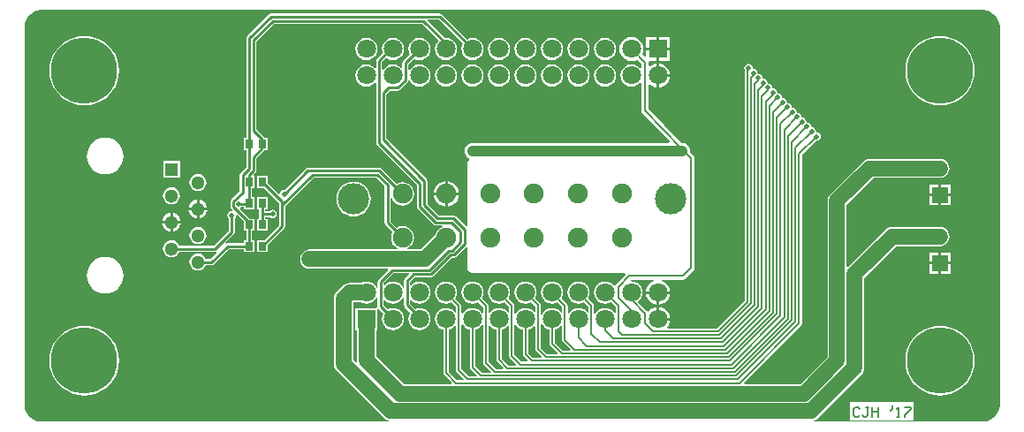
<source format=gtl>
G04 Layer_Physical_Order=1*
G04 Layer_Color=255*
%FSLAX25Y25*%
%MOIN*%
G70*
G01*
G75*
%ADD10R,0.02756X0.03347*%
%ADD11C,0.01000*%
%ADD12C,0.06000*%
%ADD13C,0.00800*%
%ADD14C,0.00700*%
%ADD15C,0.25000*%
%ADD16C,0.05118*%
%ADD17R,0.05118X0.05118*%
%ADD18C,0.07087*%
%ADD19R,0.07087X0.07087*%
%ADD20C,0.11811*%
%ADD21C,0.07480*%
%ADD22C,0.05905*%
%ADD23R,0.05905X0.05905*%
%ADD24C,0.02000*%
%ADD25C,0.03600*%
%ADD26C,0.04000*%
%ADD27C,0.04000*%
G36*
X11381Y-41066D02*
X12045Y-41931D01*
X12911Y-42595D01*
X13918Y-43013D01*
X13980Y-43021D01*
Y-48267D01*
X14058Y-48657D01*
X14279Y-48988D01*
X17130Y-51838D01*
X16938Y-52300D01*
X13153D01*
X10732Y-49880D01*
Y-40807D01*
X11232Y-40708D01*
X11381Y-41066D01*
D02*
G37*
G36*
X18923Y-41491D02*
Y-46856D01*
X19001Y-47246D01*
X19222Y-47577D01*
X22083Y-50438D01*
X21892Y-50900D01*
X19075D01*
X16020Y-47844D01*
Y-43021D01*
X16082Y-43013D01*
X17089Y-42595D01*
X17955Y-41931D01*
X18423Y-41321D01*
X18923Y-41491D01*
D02*
G37*
G36*
X2045Y-41931D02*
X2911Y-42595D01*
X3918Y-43013D01*
X3980Y-43021D01*
Y-52255D01*
X4058Y-52645D01*
X4279Y-52976D01*
X5941Y-54638D01*
X5750Y-55100D01*
X3540D01*
X929Y-52489D01*
Y-41268D01*
X1202Y-41146D01*
X1429Y-41129D01*
X2045Y-41931D01*
D02*
G37*
G36*
X8693Y-41791D02*
Y-50302D01*
X8771Y-50692D01*
X8992Y-51023D01*
X11207Y-53238D01*
X11016Y-53700D01*
X7887D01*
X6020Y-51833D01*
Y-43021D01*
X6082Y-43013D01*
X7090Y-42595D01*
X7955Y-41931D01*
X8193Y-41621D01*
X8693Y-41791D01*
D02*
G37*
G36*
X179165Y77457D02*
X180412Y76941D01*
X181535Y76190D01*
X182490Y75236D01*
X183240Y74113D01*
X183756Y72865D01*
X184020Y71541D01*
Y70866D01*
Y-70866D01*
Y-71541D01*
X183756Y-72865D01*
X183240Y-74113D01*
X182490Y-75236D01*
X181535Y-76190D01*
X180412Y-76941D01*
X179165Y-77457D01*
X177840Y-77721D01*
X113932D01*
X113863Y-77227D01*
X114739Y-76864D01*
X115491Y-76287D01*
X131775Y-60002D01*
X132352Y-59250D01*
X132715Y-58375D01*
X132839Y-57435D01*
X132839Y-57435D01*
Y-23498D01*
X144832Y-11505D01*
X161417D01*
X162357Y-11381D01*
X163233Y-11019D01*
X163985Y-10442D01*
X164562Y-9690D01*
X164925Y-8814D01*
X165048Y-7874D01*
X164925Y-6934D01*
X164562Y-6058D01*
X163985Y-5306D01*
X163233Y-4729D01*
X162357Y-4367D01*
X161417Y-4243D01*
X143328D01*
X142388Y-4367D01*
X141513Y-4729D01*
X140761Y-5306D01*
X126739Y-19328D01*
X126239Y-19189D01*
Y4090D01*
X136392Y14243D01*
X161417D01*
X162357Y14367D01*
X163233Y14729D01*
X163985Y15306D01*
X164562Y16059D01*
X164925Y16934D01*
X165048Y17874D01*
X164925Y18814D01*
X164562Y19690D01*
X163985Y20442D01*
X163233Y21019D01*
X162357Y21381D01*
X161417Y21505D01*
X134888D01*
X133948Y21381D01*
X133072Y21019D01*
X132320Y20442D01*
X120040Y8162D01*
X119463Y7410D01*
X119100Y6534D01*
X118977Y5594D01*
Y-53197D01*
X108685Y-63489D01*
X87616D01*
X87424Y-63027D01*
X108994Y-41457D01*
X109215Y-41126D01*
X109293Y-40736D01*
Y22862D01*
X114719Y28288D01*
X114877Y28257D01*
X115501Y28381D01*
X116030Y28735D01*
X116384Y29264D01*
X116508Y29888D01*
X116384Y30512D01*
X116030Y31042D01*
X115501Y31395D01*
X115128Y31469D01*
X114670Y31727D01*
X114546Y32351D01*
X114192Y32880D01*
X113663Y33234D01*
X113290Y33308D01*
X112831Y33565D01*
X112707Y34189D01*
X112354Y34719D01*
X111824Y35072D01*
X111451Y35146D01*
X110993Y35404D01*
X110869Y36028D01*
X110515Y36557D01*
X109986Y36911D01*
X109362Y37035D01*
X109154Y37242D01*
X109030Y37866D01*
X108677Y38396D01*
X108147Y38749D01*
X107774Y38823D01*
X107316Y39081D01*
X107192Y39705D01*
X106838Y40234D01*
X106309Y40588D01*
X105936Y40662D01*
X105477Y40919D01*
X105353Y41543D01*
X105000Y42072D01*
X104470Y42426D01*
X104097Y42500D01*
X103639Y42757D01*
X103515Y43382D01*
X103161Y43911D01*
X102632Y44265D01*
X102259Y44339D01*
X101800Y44596D01*
X101676Y45220D01*
X101323Y45750D01*
X100793Y46103D01*
X100421Y46177D01*
X99962Y46434D01*
X99838Y47059D01*
X99484Y47588D01*
X98955Y47942D01*
X98582Y48016D01*
X98124Y48273D01*
X97999Y48897D01*
X97646Y49426D01*
X97116Y49780D01*
X96744Y49854D01*
X96285Y50111D01*
X96161Y50736D01*
X95807Y51265D01*
X95278Y51619D01*
X94905Y51693D01*
X94446Y51950D01*
X94322Y52574D01*
X93969Y53103D01*
X93439Y53457D01*
X93067Y53531D01*
X92608Y53788D01*
X92484Y54413D01*
X92130Y54942D01*
X91601Y55295D01*
X91228Y55370D01*
X90769Y55627D01*
X90645Y56251D01*
X90292Y56780D01*
X89763Y57134D01*
X89138Y57258D01*
X88514Y57134D01*
X87985Y56780D01*
X87631Y56251D01*
X87507Y55627D01*
X87631Y55002D01*
X87654Y54968D01*
Y-32047D01*
X77201Y-42500D01*
X58653D01*
X58407Y-42000D01*
X58969Y-41268D01*
X59426Y-40162D01*
X59517Y-39476D01*
X55000D01*
Y-38976D01*
X54500D01*
Y-34460D01*
X53814Y-34550D01*
X52709Y-35008D01*
X51760Y-35736D01*
X51462Y-36124D01*
X50847Y-36104D01*
X50846Y-36103D01*
X47499Y-32756D01*
X47531Y-32257D01*
X47955Y-31931D01*
X48619Y-31066D01*
X49037Y-30058D01*
X49179Y-28976D01*
X49037Y-27895D01*
X48619Y-26887D01*
X47955Y-26021D01*
X47089Y-25357D01*
X46082Y-24940D01*
X45022Y-24800D01*
X44964Y-24728D01*
X44753Y-24326D01*
X44890Y-24141D01*
X53494D01*
X53593Y-24642D01*
X52709Y-25008D01*
X51760Y-25736D01*
X51031Y-26685D01*
X50574Y-27790D01*
X50483Y-28476D01*
X59517D01*
X59426Y-27790D01*
X58969Y-26685D01*
X58240Y-25736D01*
X57291Y-25008D01*
X56407Y-24642D01*
X56506Y-24141D01*
X64457D01*
X64457Y-24141D01*
X65003Y-24033D01*
X65466Y-23723D01*
X68423Y-20767D01*
X68423Y-20767D01*
X68733Y-20304D01*
X68841Y-19758D01*
Y21701D01*
X68841Y21701D01*
X68733Y22247D01*
X68423Y22710D01*
X68423Y22710D01*
X67144Y23989D01*
X67199Y24409D01*
X67096Y25193D01*
X66794Y25922D01*
X66313Y26549D01*
X65686Y27030D01*
X64956Y27332D01*
X64173Y27435D01*
X64169Y27435D01*
X64165Y27435D01*
X63778D01*
X51466Y40251D01*
Y49268D01*
X51966Y49515D01*
X52709Y48945D01*
X53814Y48487D01*
X54500Y48397D01*
Y52913D01*
Y57430D01*
X53814Y57340D01*
X52709Y56882D01*
X51966Y56312D01*
X51466Y56559D01*
Y57875D01*
X51444Y57984D01*
X51762Y58370D01*
X54500D01*
Y62413D01*
X50457D01*
Y60129D01*
X49995Y59937D01*
X49068Y60864D01*
X49426Y61727D01*
X49582Y62913D01*
X49426Y64099D01*
X48969Y65205D01*
X48240Y66154D01*
X47291Y66882D01*
X46186Y67340D01*
X45000Y67496D01*
X43814Y67340D01*
X42709Y66882D01*
X41760Y66154D01*
X41031Y65205D01*
X40574Y64099D01*
X40418Y62913D01*
X40574Y61727D01*
X41031Y60622D01*
X41760Y59673D01*
X42709Y58945D01*
X43814Y58487D01*
X45000Y58331D01*
X46186Y58487D01*
X47050Y58845D01*
X48611Y57284D01*
Y55791D01*
X48138Y55630D01*
X47955Y55868D01*
X47089Y56533D01*
X46082Y56950D01*
X45000Y57092D01*
X43918Y56950D01*
X42911Y56533D01*
X42045Y55868D01*
X41381Y55003D01*
X40963Y53995D01*
X40821Y52913D01*
X40963Y51832D01*
X41381Y50824D01*
X42045Y49958D01*
X42911Y49294D01*
X43918Y48877D01*
X45000Y48734D01*
X46082Y48877D01*
X47089Y49294D01*
X47955Y49958D01*
X48138Y50196D01*
X48611Y50036D01*
Y39677D01*
X48663Y39417D01*
X48709Y39157D01*
X48717Y39145D01*
X48720Y39130D01*
X48867Y38910D01*
X49009Y38688D01*
X59377Y27895D01*
X59181Y27435D01*
X-14921D01*
X-15704Y27332D01*
X-16434Y27030D01*
X-17061Y26549D01*
X-17542Y25922D01*
X-17844Y25193D01*
X-17947Y24409D01*
X-17844Y23626D01*
X-17542Y22896D01*
X-17061Y22270D01*
X-16434Y21789D01*
X-16314Y21739D01*
X-16228Y21162D01*
X-16589Y20801D01*
X-16889Y20077D01*
Y19686D01*
Y-3899D01*
X-17389Y-4106D01*
X-21303Y-192D01*
X-21666Y51D01*
X-22096Y137D01*
X-22096Y137D01*
X-27705D01*
X-32023Y4455D01*
Y13127D01*
X-32108Y13556D01*
X-32351Y13920D01*
X-32351Y13920D01*
X-47499Y29068D01*
Y45857D01*
X-46207Y47148D01*
X-43077D01*
X-43077Y47148D01*
X-42647Y47234D01*
X-42284Y47477D01*
X-39485Y50275D01*
X-39242Y50639D01*
X-39191Y50898D01*
X-38671Y50949D01*
X-38619Y50824D01*
X-37955Y49958D01*
X-37089Y49294D01*
X-36082Y48877D01*
X-35000Y48734D01*
X-33918Y48877D01*
X-32910Y49294D01*
X-32045Y49958D01*
X-31381Y50824D01*
X-30963Y51832D01*
X-30821Y52913D01*
X-30963Y53995D01*
X-31381Y55003D01*
X-32045Y55868D01*
X-32910Y56533D01*
X-33918Y56950D01*
X-35000Y57092D01*
X-36082Y56950D01*
X-37089Y56533D01*
X-37955Y55868D01*
X-38619Y55003D01*
X-38657Y54912D01*
X-39157Y55011D01*
Y57170D01*
X-37050Y59278D01*
X-36082Y58877D01*
X-35000Y58734D01*
X-33918Y58877D01*
X-32910Y59294D01*
X-32045Y59958D01*
X-31381Y60824D01*
X-30963Y61832D01*
X-30821Y62913D01*
X-30963Y63995D01*
X-31381Y65003D01*
X-32045Y65868D01*
X-32910Y66533D01*
X-33918Y66950D01*
X-35000Y67092D01*
X-36082Y66950D01*
X-37089Y66533D01*
X-37955Y65868D01*
X-38619Y65003D01*
X-39037Y63995D01*
X-39179Y62913D01*
X-39037Y61832D01*
X-38636Y60864D01*
X-41072Y58428D01*
X-41315Y58064D01*
X-41400Y57635D01*
X-41400Y57635D01*
Y55806D01*
X-41873Y55645D01*
X-42045Y55868D01*
X-42911Y56533D01*
X-43918Y56950D01*
X-45000Y57092D01*
X-46082Y56950D01*
X-47089Y56533D01*
X-47955Y55868D01*
X-48599Y55030D01*
X-48651Y55027D01*
X-49099Y55250D01*
Y58041D01*
X-47517Y59623D01*
X-47089Y59294D01*
X-46082Y58877D01*
X-45000Y58734D01*
X-43918Y58877D01*
X-42911Y59294D01*
X-42045Y59958D01*
X-41381Y60824D01*
X-40963Y61832D01*
X-40821Y62913D01*
X-40963Y63995D01*
X-41381Y65003D01*
X-42045Y65868D01*
X-42911Y66533D01*
X-43918Y66950D01*
X-45000Y67092D01*
X-46082Y66950D01*
X-47089Y66533D01*
X-47955Y65868D01*
X-48619Y65003D01*
X-49037Y63995D01*
X-49179Y62913D01*
X-49037Y61832D01*
X-48874Y61438D01*
X-51013Y59299D01*
X-51256Y58935D01*
X-51342Y58506D01*
X-51342Y58506D01*
Y55773D01*
X-51842Y55603D01*
X-52045Y55868D01*
X-52911Y56533D01*
X-53918Y56950D01*
X-55000Y57092D01*
X-56082Y56950D01*
X-57090Y56533D01*
X-57955Y55868D01*
X-58619Y55003D01*
X-59037Y53995D01*
X-59179Y52913D01*
X-59037Y51832D01*
X-58619Y50824D01*
X-57955Y49958D01*
X-57090Y49294D01*
X-56082Y48877D01*
X-55000Y48734D01*
X-53918Y48877D01*
X-52911Y49294D01*
X-52045Y49958D01*
X-51842Y50223D01*
X-51342Y50054D01*
Y27427D01*
X-51342Y27427D01*
X-51256Y26998D01*
X-51013Y26634D01*
X-35866Y11486D01*
Y3327D01*
X-35866Y3327D01*
X-35781Y2898D01*
X-35537Y2534D01*
X-29625Y-3378D01*
X-29625Y-3378D01*
X-29261Y-3621D01*
X-28832Y-3706D01*
X-28832Y-3706D01*
X-26439D01*
X-26340Y-4206D01*
X-26992Y-4477D01*
X-27899Y-5172D01*
X-28594Y-6079D01*
X-29032Y-7135D01*
X-29066Y-7395D01*
X-34396Y-12726D01*
X-39454D01*
X-39553Y-12226D01*
X-39150Y-12059D01*
X-38243Y-11363D01*
X-37547Y-10457D01*
X-37110Y-9401D01*
X-36961Y-8268D01*
X-37110Y-7135D01*
X-37547Y-6079D01*
X-38243Y-5172D01*
X-39150Y-4477D01*
X-40206Y-4039D01*
X-41339Y-3890D01*
X-42472Y-4039D01*
X-43527Y-4477D01*
X-43536Y-4484D01*
X-45836Y-2184D01*
Y6478D01*
X-45336Y6577D01*
X-45130Y6079D01*
X-44434Y5172D01*
X-43527Y4477D01*
X-42472Y4039D01*
X-41339Y3890D01*
X-40206Y4039D01*
X-39150Y4477D01*
X-38243Y5172D01*
X-37547Y6079D01*
X-37110Y7135D01*
X-36961Y8268D01*
X-37110Y9401D01*
X-37547Y10457D01*
X-38243Y11363D01*
X-39150Y12059D01*
X-40206Y12496D01*
X-41339Y12645D01*
X-42472Y12496D01*
X-43527Y12059D01*
X-43569Y12027D01*
X-49376Y17834D01*
X-49740Y18077D01*
X-50169Y18162D01*
X-50169Y18162D01*
X-77080D01*
X-77080Y18162D01*
X-77509Y18077D01*
X-77873Y17834D01*
X-77873Y17834D01*
X-85960Y9746D01*
X-85998Y9754D01*
X-86622Y9630D01*
X-87152Y9276D01*
X-87505Y8747D01*
X-87579Y8376D01*
X-88117Y8206D01*
X-92319Y12408D01*
Y15073D01*
X-96275D01*
Y10527D01*
X-93610D01*
X-87886Y4803D01*
Y3923D01*
X-87886Y3923D01*
X-87886Y3923D01*
Y-3482D01*
X-93610Y-9206D01*
X-96275D01*
Y-13753D01*
X-92319D01*
Y-11088D01*
X-85971Y-4740D01*
X-85971Y-4740D01*
X-85728Y-4376D01*
X-85643Y-3947D01*
Y3459D01*
X-74782Y14319D01*
X-51297D01*
X-48079Y11102D01*
Y-2648D01*
X-48079Y-2648D01*
X-47994Y-3078D01*
X-47751Y-3442D01*
X-45123Y-6070D01*
X-45130Y-6079D01*
X-45567Y-7135D01*
X-45716Y-8268D01*
X-45567Y-9401D01*
X-45130Y-10457D01*
X-44434Y-11363D01*
X-43527Y-12059D01*
X-43124Y-12226D01*
X-43223Y-12726D01*
X-76412D01*
X-77352Y-12850D01*
X-78227Y-13213D01*
X-78979Y-13790D01*
X-79556Y-14541D01*
X-79919Y-15417D01*
X-80043Y-16357D01*
X-79919Y-17297D01*
X-79556Y-18173D01*
X-78979Y-18925D01*
X-78227Y-19502D01*
X-77352Y-19864D01*
X-76412Y-19988D01*
X-46956D01*
X-46765Y-20450D01*
X-50436Y-24121D01*
X-50679Y-24485D01*
X-50765Y-24915D01*
X-50765Y-24915D01*
Y-27067D01*
X-51265Y-27167D01*
X-51381Y-26887D01*
X-52045Y-26021D01*
X-52911Y-25357D01*
X-53918Y-24940D01*
X-55000Y-24797D01*
X-56082Y-24940D01*
X-57061Y-25345D01*
X-61357D01*
X-62297Y-25469D01*
X-63173Y-25832D01*
X-63925Y-26409D01*
X-66219Y-28704D01*
X-66796Y-29456D01*
X-67159Y-30331D01*
X-67283Y-31271D01*
Y-55820D01*
X-67159Y-56760D01*
X-66796Y-57635D01*
X-66219Y-58387D01*
X-48320Y-76287D01*
X-48320Y-76287D01*
X-47567Y-76864D01*
X-46692Y-77227D01*
X-46761Y-77721D01*
X-177840D01*
X-179165Y-77457D01*
X-180412Y-76941D01*
X-181535Y-76190D01*
X-182490Y-75236D01*
X-183240Y-74113D01*
X-183756Y-72865D01*
X-184020Y-71541D01*
Y-70866D01*
Y70866D01*
Y71541D01*
X-183756Y72865D01*
X-183240Y74113D01*
X-182490Y75236D01*
X-181535Y76190D01*
X-180412Y76941D01*
X-179165Y77457D01*
X-177840Y77721D01*
X177840D01*
X179165Y77457D01*
D02*
G37*
G36*
X-16889Y-11868D02*
Y-20077D01*
X-16589Y-20801D01*
X-16036Y-21354D01*
X-15313Y-21654D01*
X42463D01*
X42671Y-22153D01*
X38950Y-25874D01*
X38728Y-26207D01*
X38175Y-26308D01*
X37955Y-26021D01*
X37089Y-25357D01*
X36082Y-24940D01*
X35000Y-24797D01*
X33918Y-24940D01*
X32910Y-25357D01*
X32045Y-26021D01*
X31381Y-26887D01*
X30963Y-27895D01*
X30821Y-28976D01*
X30963Y-30058D01*
X31381Y-31066D01*
X32045Y-31931D01*
X32910Y-32596D01*
X33918Y-33013D01*
X35000Y-33155D01*
X36082Y-33013D01*
X37089Y-32596D01*
X37139Y-32557D01*
X38953Y-34371D01*
Y-36500D01*
X38453Y-36670D01*
X37955Y-36021D01*
X37089Y-35357D01*
X36082Y-34940D01*
X35000Y-34797D01*
X33918Y-34940D01*
X32910Y-35357D01*
X32045Y-36021D01*
X31381Y-36887D01*
X31370Y-36914D01*
X30869Y-36815D01*
Y-33826D01*
X30792Y-33436D01*
X30571Y-33105D01*
X28581Y-31115D01*
X28619Y-31066D01*
X29037Y-30058D01*
X29179Y-28976D01*
X29037Y-27895D01*
X28619Y-26887D01*
X27955Y-26021D01*
X27090Y-25357D01*
X26082Y-24940D01*
X25000Y-24797D01*
X23918Y-24940D01*
X22910Y-25357D01*
X22045Y-26021D01*
X21381Y-26887D01*
X20963Y-27895D01*
X20821Y-28976D01*
X20963Y-30058D01*
X21381Y-31066D01*
X22045Y-31931D01*
X22910Y-32596D01*
X23918Y-33013D01*
X25000Y-33155D01*
X26082Y-33013D01*
X27090Y-32596D01*
X27139Y-32557D01*
X28830Y-34249D01*
Y-36341D01*
X28330Y-36511D01*
X27955Y-36021D01*
X27090Y-35357D01*
X26082Y-34940D01*
X25000Y-34797D01*
X23918Y-34940D01*
X22910Y-35357D01*
X22045Y-36021D01*
X21463Y-36780D01*
X20997Y-36671D01*
X20963Y-36652D01*
Y-33919D01*
X20885Y-33529D01*
X20664Y-33198D01*
X18581Y-31115D01*
X18619Y-31066D01*
X19037Y-30058D01*
X19179Y-28976D01*
X19037Y-27895D01*
X18619Y-26887D01*
X17955Y-26021D01*
X17089Y-25357D01*
X16082Y-24940D01*
X15000Y-24797D01*
X13918Y-24940D01*
X12911Y-25357D01*
X12045Y-26021D01*
X11381Y-26887D01*
X10963Y-27895D01*
X10821Y-28976D01*
X10963Y-30058D01*
X11381Y-31066D01*
X12045Y-31931D01*
X12911Y-32596D01*
X13918Y-33013D01*
X15000Y-33155D01*
X16082Y-33013D01*
X17089Y-32596D01*
X17139Y-32557D01*
X18923Y-34342D01*
Y-36462D01*
X18423Y-36632D01*
X17955Y-36021D01*
X17089Y-35357D01*
X16082Y-34940D01*
X15000Y-34797D01*
X13918Y-34940D01*
X12911Y-35357D01*
X12045Y-36021D01*
X11381Y-36887D01*
X11232Y-37245D01*
X10732Y-37146D01*
Y-33689D01*
X10655Y-33299D01*
X10434Y-32968D01*
X8581Y-31115D01*
X8619Y-31066D01*
X9037Y-30058D01*
X9179Y-28976D01*
X9037Y-27895D01*
X8619Y-26887D01*
X7955Y-26021D01*
X7090Y-25357D01*
X6082Y-24940D01*
X5000Y-24797D01*
X3918Y-24940D01*
X2911Y-25357D01*
X2045Y-26021D01*
X1381Y-26887D01*
X963Y-27895D01*
X821Y-28976D01*
X963Y-30058D01*
X1381Y-31066D01*
X2045Y-31931D01*
X2911Y-32596D01*
X3918Y-33013D01*
X5000Y-33155D01*
X6082Y-33013D01*
X7090Y-32596D01*
X7139Y-32557D01*
X8693Y-34111D01*
Y-36162D01*
X8193Y-36332D01*
X7955Y-36021D01*
X7090Y-35357D01*
X6082Y-34940D01*
X5000Y-34797D01*
X3918Y-34940D01*
X2911Y-35357D01*
X2045Y-36021D01*
X1429Y-36824D01*
X1202Y-36807D01*
X929Y-36685D01*
Y-33886D01*
X852Y-33496D01*
X631Y-33165D01*
X-1419Y-31115D01*
X-1381Y-31066D01*
X-963Y-30058D01*
X-821Y-28976D01*
X-963Y-27895D01*
X-1381Y-26887D01*
X-2045Y-26021D01*
X-2911Y-25357D01*
X-3918Y-24940D01*
X-5000Y-24797D01*
X-6082Y-24940D01*
X-7090Y-25357D01*
X-7955Y-26021D01*
X-8619Y-26887D01*
X-9037Y-27895D01*
X-9179Y-28976D01*
X-9037Y-30058D01*
X-8619Y-31066D01*
X-7955Y-31931D01*
X-7090Y-32596D01*
X-6082Y-33013D01*
X-5000Y-33155D01*
X-3918Y-33013D01*
X-2911Y-32596D01*
X-2861Y-32557D01*
X-1110Y-34308D01*
Y-36419D01*
X-1610Y-36588D01*
X-2045Y-36021D01*
X-2911Y-35357D01*
X-3918Y-34940D01*
X-5000Y-34797D01*
X-6082Y-34940D01*
X-7090Y-35357D01*
X-7955Y-36021D01*
X-8407Y-36610D01*
X-8907Y-36440D01*
Y-34050D01*
X-8984Y-33660D01*
X-9205Y-33329D01*
X-11419Y-31115D01*
X-11381Y-31066D01*
X-10963Y-30058D01*
X-10821Y-28976D01*
X-10963Y-27895D01*
X-11381Y-26887D01*
X-12045Y-26021D01*
X-12911Y-25357D01*
X-13918Y-24940D01*
X-15000Y-24797D01*
X-16082Y-24940D01*
X-17089Y-25357D01*
X-17955Y-26021D01*
X-18619Y-26887D01*
X-19037Y-27895D01*
X-19179Y-28976D01*
X-19037Y-30058D01*
X-18619Y-31066D01*
X-17955Y-31931D01*
X-17089Y-32596D01*
X-16082Y-33013D01*
X-15000Y-33155D01*
X-13918Y-33013D01*
X-12911Y-32596D01*
X-12861Y-32557D01*
X-10946Y-34473D01*
Y-36669D01*
X-11109Y-36751D01*
X-11446Y-36802D01*
X-12045Y-36021D01*
X-12911Y-35357D01*
X-13918Y-34940D01*
X-15000Y-34797D01*
X-16082Y-34940D01*
X-17089Y-35357D01*
X-17955Y-36021D01*
X-18611Y-36877D01*
X-18645Y-36881D01*
X-19111Y-36768D01*
Y-33845D01*
X-19189Y-33455D01*
X-19410Y-33125D01*
X-21419Y-31115D01*
X-21381Y-31066D01*
X-20963Y-30058D01*
X-20821Y-28976D01*
X-20963Y-27895D01*
X-21381Y-26887D01*
X-22045Y-26021D01*
X-22910Y-25357D01*
X-23918Y-24940D01*
X-25000Y-24797D01*
X-26082Y-24940D01*
X-27090Y-25357D01*
X-27955Y-26021D01*
X-28619Y-26887D01*
X-29037Y-27895D01*
X-29179Y-28976D01*
X-29037Y-30058D01*
X-28619Y-31066D01*
X-27955Y-31931D01*
X-27090Y-32596D01*
X-26082Y-33013D01*
X-25000Y-33155D01*
X-23918Y-33013D01*
X-22910Y-32596D01*
X-22861Y-32557D01*
X-21150Y-34268D01*
Y-36366D01*
X-21651Y-36536D01*
X-22045Y-36021D01*
X-22910Y-35357D01*
X-23918Y-34940D01*
X-25000Y-34797D01*
X-26082Y-34940D01*
X-27090Y-35357D01*
X-27955Y-36021D01*
X-28619Y-36887D01*
X-29037Y-37895D01*
X-29179Y-38976D01*
X-29037Y-40058D01*
X-28619Y-41066D01*
X-27955Y-41931D01*
X-27090Y-42595D01*
X-26082Y-43013D01*
X-26020Y-43021D01*
Y-59367D01*
X-25942Y-59757D01*
X-25721Y-60087D01*
X-22782Y-63027D01*
X-22973Y-63489D01*
X-40835D01*
X-51369Y-52954D01*
Y-43120D01*
X-50857D01*
Y-35397D01*
X-50669Y-35276D01*
X-50357Y-35206D01*
X-48636Y-36927D01*
X-49037Y-37895D01*
X-49179Y-38976D01*
X-49037Y-40058D01*
X-48619Y-41066D01*
X-47955Y-41931D01*
X-47089Y-42595D01*
X-46082Y-43013D01*
X-45000Y-43155D01*
X-43918Y-43013D01*
X-42911Y-42595D01*
X-42045Y-41931D01*
X-41381Y-41066D01*
X-40963Y-40058D01*
X-40821Y-38976D01*
X-40963Y-37895D01*
X-41381Y-36887D01*
X-42045Y-36021D01*
X-42911Y-35357D01*
X-43918Y-34940D01*
X-45000Y-34797D01*
X-46082Y-34940D01*
X-47050Y-35341D01*
X-48522Y-33869D01*
Y-31971D01*
X-48048Y-31810D01*
X-47955Y-31931D01*
X-47089Y-32596D01*
X-46082Y-33013D01*
X-45000Y-33155D01*
X-43918Y-33013D01*
X-42911Y-32596D01*
X-42045Y-31931D01*
X-41381Y-31066D01*
X-41285Y-30835D01*
X-40785Y-30935D01*
Y-33764D01*
X-40785Y-33764D01*
X-40700Y-34193D01*
X-40457Y-34557D01*
X-38405Y-36608D01*
X-38619Y-36887D01*
X-39037Y-37895D01*
X-39179Y-38976D01*
X-39037Y-40058D01*
X-38619Y-41066D01*
X-37955Y-41931D01*
X-37089Y-42595D01*
X-36082Y-43013D01*
X-35000Y-43155D01*
X-33918Y-43013D01*
X-32910Y-42595D01*
X-32045Y-41931D01*
X-31381Y-41066D01*
X-30963Y-40058D01*
X-30821Y-38976D01*
X-30963Y-37895D01*
X-31381Y-36887D01*
X-32045Y-36021D01*
X-32910Y-35357D01*
X-33918Y-34940D01*
X-35000Y-34797D01*
X-36082Y-34940D01*
X-36662Y-35180D01*
X-38542Y-33299D01*
Y-31944D01*
X-38069Y-31783D01*
X-37955Y-31931D01*
X-37089Y-32596D01*
X-36082Y-33013D01*
X-35000Y-33155D01*
X-33918Y-33013D01*
X-32910Y-32596D01*
X-32045Y-31931D01*
X-31381Y-31066D01*
X-30963Y-30058D01*
X-30821Y-28976D01*
X-30963Y-27895D01*
X-31381Y-26887D01*
X-32045Y-26021D01*
X-32910Y-25357D01*
X-33918Y-24940D01*
X-35000Y-24797D01*
X-36082Y-24940D01*
X-37089Y-25357D01*
X-37955Y-26021D01*
X-38069Y-26170D01*
X-38542Y-26009D01*
Y-24915D01*
X-36806Y-23179D01*
X-30531D01*
X-30531Y-23179D01*
X-30102Y-23093D01*
X-29738Y-22850D01*
X-22723Y-15834D01*
X-22027D01*
X-22027Y-15834D01*
X-21597Y-15749D01*
X-21234Y-15506D01*
X-17389Y-11661D01*
X-16889Y-11868D01*
D02*
G37*
G36*
X-50765Y-30885D02*
Y-34333D01*
X-50765Y-34333D01*
X-50757Y-34374D01*
X-51175Y-34833D01*
X-59143D01*
Y-43120D01*
X-58631D01*
Y-54458D01*
X-58549Y-55080D01*
X-59023Y-55314D01*
X-60021Y-54316D01*
Y-32775D01*
X-59853Y-32607D01*
X-57061D01*
X-56082Y-33013D01*
X-55000Y-33155D01*
X-53918Y-33013D01*
X-52911Y-32596D01*
X-52045Y-31931D01*
X-51381Y-31066D01*
X-51265Y-30786D01*
X-50765Y-30885D01*
D02*
G37*
G36*
X-38840Y-22040D02*
X-40457Y-23658D01*
X-40700Y-24021D01*
X-40785Y-24451D01*
X-40785Y-24451D01*
Y-27018D01*
X-41285Y-27117D01*
X-41381Y-26887D01*
X-42045Y-26021D01*
X-42911Y-25357D01*
X-43918Y-24940D01*
X-45000Y-24797D01*
X-46082Y-24940D01*
X-47089Y-25357D01*
X-47955Y-26021D01*
X-48048Y-26143D01*
X-48522Y-25982D01*
Y-25379D01*
X-44721Y-21579D01*
X-39031D01*
X-38840Y-22040D01*
D02*
G37*
G36*
X-18611Y-41076D02*
X-17955Y-41931D01*
X-17089Y-42595D01*
X-16082Y-43013D01*
X-16020Y-43021D01*
Y-57177D01*
X-15942Y-57567D01*
X-15721Y-57898D01*
X-13380Y-60238D01*
X-13572Y-60700D01*
X-16358D01*
X-19111Y-57947D01*
Y-41184D01*
X-18645Y-41072D01*
X-18611Y-41076D01*
D02*
G37*
G36*
X-21150Y-41587D02*
Y-58369D01*
X-21073Y-58759D01*
X-20852Y-59090D01*
X-18304Y-61638D01*
X-18495Y-62100D01*
X-20824D01*
X-23980Y-58944D01*
Y-43021D01*
X-23918Y-43013D01*
X-22910Y-42595D01*
X-22045Y-41931D01*
X-21651Y-41417D01*
X-21150Y-41587D01*
D02*
G37*
G36*
X-11109Y-41202D02*
X-10946Y-41284D01*
Y-55509D01*
X-10868Y-55899D01*
X-10647Y-56230D01*
X-8039Y-58838D01*
X-8230Y-59300D01*
X-11435D01*
X-13980Y-56754D01*
Y-43021D01*
X-13918Y-43013D01*
X-12911Y-42595D01*
X-12045Y-41931D01*
X-11446Y-41151D01*
X-11109Y-41202D01*
D02*
G37*
G36*
X-1110Y-41534D02*
Y-52912D01*
X-1032Y-53302D01*
X-811Y-53633D01*
X1594Y-56038D01*
X1403Y-56500D01*
X-1414D01*
X-3980Y-53934D01*
Y-43021D01*
X-3918Y-43013D01*
X-2911Y-42595D01*
X-2045Y-41931D01*
X-1610Y-41364D01*
X-1110Y-41534D01*
D02*
G37*
G36*
X-7955Y-41931D02*
X-7090Y-42595D01*
X-6082Y-43013D01*
X-6020Y-43021D01*
Y-54356D01*
X-5942Y-54747D01*
X-5721Y-55077D01*
X-3360Y-57438D01*
X-3551Y-57900D01*
X-6093D01*
X-8907Y-55086D01*
Y-41513D01*
X-8407Y-41343D01*
X-7955Y-41931D01*
D02*
G37*
%LPC*%
G36*
X-125019Y-3004D02*
X-128043D01*
Y-6028D01*
X-127614Y-5971D01*
X-126748Y-5613D01*
X-126005Y-5042D01*
X-125435Y-4299D01*
X-125076Y-3433D01*
X-125019Y-3004D01*
D02*
G37*
G36*
X-129043D02*
X-132067D01*
X-132011Y-3433D01*
X-131652Y-4299D01*
X-131082Y-5042D01*
X-130338Y-5613D01*
X-129472Y-5971D01*
X-129043Y-6028D01*
Y-3004D01*
D02*
G37*
G36*
X-119043Y6020D02*
X-119472Y5963D01*
X-120338Y5605D01*
X-121082Y5034D01*
X-121652Y4291D01*
X-122011Y3425D01*
X-122067Y2996D01*
X-119043D01*
Y6020D01*
D02*
G37*
G36*
X-59842Y12836D02*
X-61118Y12711D01*
X-62344Y12339D01*
X-63474Y11734D01*
X-64465Y10922D01*
X-65278Y9931D01*
X-65882Y8801D01*
X-66254Y7575D01*
X-66379Y6299D01*
X-66254Y5024D01*
X-65882Y3798D01*
X-65278Y2667D01*
X-64465Y1677D01*
X-63474Y864D01*
X-62344Y260D01*
X-61118Y-112D01*
X-59842Y-238D01*
X-58567Y-112D01*
X-57341Y260D01*
X-56211Y864D01*
X-55220Y1677D01*
X-54407Y2667D01*
X-53803Y3798D01*
X-53431Y5024D01*
X-53306Y6299D01*
X-53431Y7575D01*
X-53803Y8801D01*
X-54407Y9931D01*
X-55220Y10922D01*
X-56211Y11734D01*
X-57341Y12339D01*
X-58567Y12711D01*
X-59842Y12836D01*
D02*
G37*
G36*
X-118543Y-4318D02*
X-119368Y-4426D01*
X-120136Y-4744D01*
X-120796Y-5251D01*
X-121303Y-5911D01*
X-121621Y-6679D01*
X-121730Y-7504D01*
X-121621Y-8329D01*
X-121303Y-9097D01*
X-120796Y-9757D01*
X-120136Y-10263D01*
X-119368Y-10582D01*
X-118543Y-10690D01*
X-117719Y-10582D01*
X-116950Y-10263D01*
X-116290Y-9757D01*
X-115784Y-9097D01*
X-115466Y-8329D01*
X-115357Y-7504D01*
X-115466Y-6679D01*
X-115784Y-5911D01*
X-116290Y-5251D01*
X-116950Y-4744D01*
X-117719Y-4426D01*
X-118543Y-4318D01*
D02*
G37*
G36*
X-115019Y1996D02*
X-118043D01*
Y-1028D01*
X-117614Y-971D01*
X-116748Y-613D01*
X-116005Y-42D01*
X-115435Y701D01*
X-115076Y1567D01*
X-115019Y1996D01*
D02*
G37*
G36*
X-119043D02*
X-122067D01*
X-122011Y1567D01*
X-121652Y701D01*
X-121082Y-42D01*
X-120338Y-613D01*
X-119472Y-971D01*
X-119043Y-1028D01*
Y1996D01*
D02*
G37*
G36*
X-128043Y1020D02*
Y-2004D01*
X-125019D01*
X-125076Y-1575D01*
X-125435Y-709D01*
X-126005Y34D01*
X-126748Y605D01*
X-127614Y963D01*
X-128043Y1020D01*
D02*
G37*
G36*
X-92319Y6980D02*
X-96275D01*
Y2434D01*
X-95419D01*
Y-1113D01*
X-96275D01*
Y-5659D01*
X-92319D01*
Y-1113D01*
X-93176D01*
Y-461D01*
X-91543D01*
X-91522Y-493D01*
X-90993Y-847D01*
X-90368Y-971D01*
X-89744Y-847D01*
X-89215Y-493D01*
X-88861Y36D01*
X-88737Y660D01*
X-88861Y1285D01*
X-89215Y1814D01*
X-89744Y2168D01*
X-90368Y2292D01*
X-90993Y2168D01*
X-91522Y1814D01*
X-91543Y1782D01*
X-93176D01*
Y2434D01*
X-92319D01*
Y6980D01*
D02*
G37*
G36*
X-129043Y1020D02*
X-129472Y963D01*
X-130338Y605D01*
X-131082Y34D01*
X-131652Y-709D01*
X-132011Y-1575D01*
X-132067Y-2004D01*
X-129043D01*
Y1020D01*
D02*
G37*
G36*
X55500Y-34460D02*
Y-38476D01*
X59517D01*
X59426Y-37790D01*
X58969Y-36685D01*
X58240Y-35736D01*
X57291Y-35008D01*
X56186Y-34550D01*
X55500Y-34460D01*
D02*
G37*
G36*
X54500Y-29476D02*
X50483D01*
X50574Y-30162D01*
X51031Y-31268D01*
X51760Y-32217D01*
X52709Y-32945D01*
X53814Y-33403D01*
X54500Y-33493D01*
Y-29476D01*
D02*
G37*
G36*
X161417Y-41584D02*
X159362Y-41746D01*
X157357Y-42227D01*
X155452Y-43016D01*
X153693Y-44093D01*
X152126Y-45433D01*
X150786Y-47001D01*
X149709Y-48759D01*
X148920Y-50664D01*
X148439Y-52669D01*
X148277Y-54724D01*
X148439Y-56780D01*
X148920Y-58785D01*
X149709Y-60690D01*
X150786Y-62448D01*
X152126Y-64016D01*
X153693Y-65355D01*
X155452Y-66433D01*
X157357Y-67222D01*
X159362Y-67703D01*
X161417Y-67865D01*
X163473Y-67703D01*
X165478Y-67222D01*
X167383Y-66433D01*
X169141Y-65355D01*
X170709Y-64016D01*
X172048Y-62448D01*
X173126Y-60690D01*
X173915Y-58785D01*
X174396Y-56780D01*
X174558Y-54724D01*
X174396Y-52669D01*
X173915Y-50664D01*
X173126Y-48759D01*
X172048Y-47001D01*
X170709Y-45433D01*
X169141Y-44093D01*
X167383Y-43016D01*
X165478Y-42227D01*
X163473Y-41746D01*
X161417Y-41584D01*
D02*
G37*
G36*
X151599Y-70438D02*
X127423D01*
Y-77120D01*
X151599D01*
Y-70438D01*
D02*
G37*
G36*
X-161417Y-41584D02*
X-163473Y-41746D01*
X-165478Y-42227D01*
X-167383Y-43016D01*
X-169141Y-44093D01*
X-170709Y-45433D01*
X-172048Y-47001D01*
X-173126Y-48759D01*
X-173915Y-50664D01*
X-174396Y-52669D01*
X-174558Y-54724D01*
X-174396Y-56780D01*
X-173915Y-58785D01*
X-173126Y-60690D01*
X-172048Y-62448D01*
X-170709Y-64016D01*
X-169141Y-65355D01*
X-167383Y-66433D01*
X-165478Y-67222D01*
X-163473Y-67703D01*
X-161417Y-67865D01*
X-159362Y-67703D01*
X-157357Y-67222D01*
X-155452Y-66433D01*
X-153693Y-65355D01*
X-152126Y-64016D01*
X-150786Y-62448D01*
X-149709Y-60690D01*
X-148920Y-58785D01*
X-148439Y-56780D01*
X-148277Y-54724D01*
X-148439Y-52669D01*
X-148920Y-50664D01*
X-149709Y-48759D01*
X-150786Y-47001D01*
X-152126Y-45433D01*
X-153693Y-44093D01*
X-155452Y-43016D01*
X-157357Y-42227D01*
X-159362Y-41746D01*
X-161417Y-41584D01*
D02*
G37*
G36*
X59517Y-29476D02*
X55500D01*
Y-33493D01*
X56186Y-33403D01*
X57291Y-32945D01*
X58240Y-32217D01*
X58969Y-31268D01*
X59426Y-30162D01*
X59517Y-29476D01*
D02*
G37*
G36*
X160917Y-13921D02*
X157465D01*
Y-17374D01*
X160917D01*
Y-13921D01*
D02*
G37*
G36*
X165370D02*
X161917D01*
Y-17374D01*
X165370D01*
Y-13921D01*
D02*
G37*
G36*
Y-18374D02*
X161917D01*
Y-21827D01*
X165370D01*
Y-18374D01*
D02*
G37*
G36*
X-153543Y-15571D02*
X-154896Y-15705D01*
X-156196Y-16099D01*
X-157395Y-16740D01*
X-158445Y-17602D01*
X-159308Y-18652D01*
X-159948Y-19851D01*
X-160343Y-21151D01*
X-160476Y-22504D01*
X-160343Y-23856D01*
X-159948Y-25157D01*
X-159308Y-26355D01*
X-158445Y-27406D01*
X-157395Y-28268D01*
X-156196Y-28909D01*
X-154896Y-29303D01*
X-153543Y-29436D01*
X-152191Y-29303D01*
X-150890Y-28909D01*
X-149692Y-28268D01*
X-148641Y-27406D01*
X-147779Y-26355D01*
X-147138Y-25157D01*
X-146744Y-23856D01*
X-146611Y-22504D01*
X-146744Y-21151D01*
X-147138Y-19851D01*
X-147779Y-18652D01*
X-148641Y-17602D01*
X-149692Y-16740D01*
X-150890Y-16099D01*
X-152191Y-15705D01*
X-153543Y-15571D01*
D02*
G37*
G36*
X160917Y-18374D02*
X157465D01*
Y-21827D01*
X160917D01*
Y-18374D01*
D02*
G37*
G36*
X-118043Y6020D02*
Y2996D01*
X-115019D01*
X-115076Y3425D01*
X-115435Y4291D01*
X-116005Y5034D01*
X-116748Y5605D01*
X-117614Y5963D01*
X-118043Y6020D01*
D02*
G37*
G36*
X35000Y57092D02*
X33918Y56950D01*
X32910Y56533D01*
X32045Y55868D01*
X31381Y55003D01*
X30963Y53995D01*
X30821Y52913D01*
X30963Y51832D01*
X31381Y50824D01*
X32045Y49958D01*
X32910Y49294D01*
X33918Y48877D01*
X35000Y48734D01*
X36082Y48877D01*
X37089Y49294D01*
X37955Y49958D01*
X38619Y50824D01*
X39037Y51832D01*
X39179Y52913D01*
X39037Y53995D01*
X38619Y55003D01*
X37955Y55868D01*
X37089Y56533D01*
X36082Y56950D01*
X35000Y57092D01*
D02*
G37*
G36*
X25000D02*
X23918Y56950D01*
X22910Y56533D01*
X22045Y55868D01*
X21381Y55003D01*
X20963Y53995D01*
X20821Y52913D01*
X20963Y51832D01*
X21381Y50824D01*
X22045Y49958D01*
X22910Y49294D01*
X23918Y48877D01*
X25000Y48734D01*
X26082Y48877D01*
X27090Y49294D01*
X27955Y49958D01*
X28619Y50824D01*
X29037Y51832D01*
X29179Y52913D01*
X29037Y53995D01*
X28619Y55003D01*
X27955Y55868D01*
X27090Y56533D01*
X26082Y56950D01*
X25000Y57092D01*
D02*
G37*
G36*
X59543Y62413D02*
X55500D01*
Y58370D01*
X59543D01*
Y62413D01*
D02*
G37*
G36*
X55500Y57430D02*
Y53413D01*
X59517D01*
X59426Y54099D01*
X58969Y55205D01*
X58240Y56154D01*
X57291Y56882D01*
X56186Y57340D01*
X55500Y57430D01*
D02*
G37*
G36*
X-5000Y57092D02*
X-6082Y56950D01*
X-7090Y56533D01*
X-7955Y55868D01*
X-8619Y55003D01*
X-9037Y53995D01*
X-9179Y52913D01*
X-9037Y51832D01*
X-8619Y50824D01*
X-7955Y49958D01*
X-7090Y49294D01*
X-6082Y48877D01*
X-5000Y48734D01*
X-3918Y48877D01*
X-2911Y49294D01*
X-2045Y49958D01*
X-1381Y50824D01*
X-963Y51832D01*
X-821Y52913D01*
X-963Y53995D01*
X-1381Y55003D01*
X-2045Y55868D01*
X-2911Y56533D01*
X-3918Y56950D01*
X-5000Y57092D01*
D02*
G37*
G36*
X-15000D02*
X-16082Y56950D01*
X-17089Y56533D01*
X-17955Y55868D01*
X-18619Y55003D01*
X-19037Y53995D01*
X-19179Y52913D01*
X-19037Y51832D01*
X-18619Y50824D01*
X-17955Y49958D01*
X-17089Y49294D01*
X-16082Y48877D01*
X-15000Y48734D01*
X-13918Y48877D01*
X-12911Y49294D01*
X-12045Y49958D01*
X-11381Y50824D01*
X-10963Y51832D01*
X-10821Y52913D01*
X-10963Y53995D01*
X-11381Y55003D01*
X-12045Y55868D01*
X-12911Y56533D01*
X-13918Y56950D01*
X-15000Y57092D01*
D02*
G37*
G36*
X15000D02*
X13918Y56950D01*
X12911Y56533D01*
X12045Y55868D01*
X11381Y55003D01*
X10963Y53995D01*
X10821Y52913D01*
X10963Y51832D01*
X11381Y50824D01*
X12045Y49958D01*
X12911Y49294D01*
X13918Y48877D01*
X15000Y48734D01*
X16082Y48877D01*
X17089Y49294D01*
X17955Y49958D01*
X18619Y50824D01*
X19037Y51832D01*
X19179Y52913D01*
X19037Y53995D01*
X18619Y55003D01*
X17955Y55868D01*
X17089Y56533D01*
X16082Y56950D01*
X15000Y57092D01*
D02*
G37*
G36*
X5000D02*
X3918Y56950D01*
X2911Y56533D01*
X2045Y55868D01*
X1381Y55003D01*
X963Y53995D01*
X821Y52913D01*
X963Y51832D01*
X1381Y50824D01*
X2045Y49958D01*
X2911Y49294D01*
X3918Y48877D01*
X5000Y48734D01*
X6082Y48877D01*
X7090Y49294D01*
X7955Y49958D01*
X8619Y50824D01*
X9037Y51832D01*
X9179Y52913D01*
X9037Y53995D01*
X8619Y55003D01*
X7955Y55868D01*
X7090Y56533D01*
X6082Y56950D01*
X5000Y57092D01*
D02*
G37*
G36*
X-55000Y67092D02*
X-56082Y66950D01*
X-57090Y66533D01*
X-57955Y65868D01*
X-58619Y65003D01*
X-59037Y63995D01*
X-59179Y62913D01*
X-59037Y61832D01*
X-58619Y60824D01*
X-57955Y59958D01*
X-57090Y59294D01*
X-56082Y58877D01*
X-55000Y58734D01*
X-53918Y58877D01*
X-52911Y59294D01*
X-52045Y59958D01*
X-51381Y60824D01*
X-50963Y61832D01*
X-50821Y62913D01*
X-50963Y63995D01*
X-51381Y65003D01*
X-52045Y65868D01*
X-52911Y66533D01*
X-53918Y66950D01*
X-55000Y67092D01*
D02*
G37*
G36*
X54500Y67457D02*
X50457D01*
Y63413D01*
X54500D01*
Y67457D01*
D02*
G37*
G36*
X35000Y67092D02*
X33918Y66950D01*
X32910Y66533D01*
X32045Y65868D01*
X31381Y65003D01*
X30963Y63995D01*
X30821Y62913D01*
X30963Y61832D01*
X31381Y60824D01*
X32045Y59958D01*
X32910Y59294D01*
X33918Y58877D01*
X35000Y58734D01*
X36082Y58877D01*
X37089Y59294D01*
X37955Y59958D01*
X38619Y60824D01*
X39037Y61832D01*
X39179Y62913D01*
X39037Y63995D01*
X38619Y65003D01*
X37955Y65868D01*
X37089Y66533D01*
X36082Y66950D01*
X35000Y67092D01*
D02*
G37*
G36*
X-27244Y76279D02*
X-27244Y76279D01*
X-90985D01*
X-90985Y76279D01*
X-91414Y76193D01*
X-91778Y75950D01*
X-91778Y75950D01*
X-99975Y67753D01*
X-100218Y67390D01*
X-100303Y66961D01*
X-100303Y66960D01*
Y29273D01*
X-101196D01*
Y24727D01*
X-100303D01*
Y18320D01*
X-102489Y16134D01*
X-102732Y15770D01*
X-102818Y15341D01*
X-102818Y15341D01*
Y10671D01*
X-102818Y10671D01*
X-102817Y10667D01*
Y9316D01*
X-106056Y6078D01*
X-106299Y5714D01*
X-106384Y5284D01*
X-106384Y5284D01*
Y3545D01*
X-106384Y3545D01*
X-106299Y3115D01*
X-106056Y2752D01*
X-105448Y2144D01*
X-105694Y1683D01*
X-105793Y1703D01*
X-106418Y1578D01*
X-106947Y1225D01*
X-107300Y696D01*
X-107425Y71D01*
X-107300Y-553D01*
X-106947Y-1082D01*
X-106915Y-1104D01*
Y-5675D01*
X-112622Y-11382D01*
X-125589D01*
X-125784Y-10911D01*
X-126290Y-10251D01*
X-126950Y-9745D01*
X-127719Y-9426D01*
X-128543Y-9318D01*
X-129368Y-9426D01*
X-130137Y-9745D01*
X-130796Y-10251D01*
X-131303Y-10911D01*
X-131621Y-11679D01*
X-131730Y-12504D01*
X-131621Y-13329D01*
X-131303Y-14097D01*
X-130796Y-14757D01*
X-130137Y-15263D01*
X-129368Y-15582D01*
X-128543Y-15690D01*
X-127719Y-15582D01*
X-126950Y-15263D01*
X-126290Y-14757D01*
X-125784Y-14097D01*
X-125589Y-13625D01*
X-112157D01*
X-112157Y-13625D01*
X-111728Y-13540D01*
X-111713Y-13530D01*
X-111394Y-13918D01*
X-113858Y-16382D01*
X-115588D01*
X-115784Y-15911D01*
X-116290Y-15251D01*
X-116950Y-14744D01*
X-117719Y-14426D01*
X-118543Y-14318D01*
X-119368Y-14426D01*
X-120136Y-14744D01*
X-120796Y-15251D01*
X-121303Y-15911D01*
X-121621Y-16679D01*
X-121730Y-17504D01*
X-121621Y-18329D01*
X-121303Y-19097D01*
X-120796Y-19757D01*
X-120136Y-20263D01*
X-119368Y-20582D01*
X-118543Y-20690D01*
X-117719Y-20582D01*
X-116950Y-20263D01*
X-116290Y-19757D01*
X-115784Y-19097D01*
X-115588Y-18625D01*
X-113394D01*
X-113394Y-18625D01*
X-112964Y-18540D01*
X-112601Y-18297D01*
X-106905Y-12601D01*
X-101196D01*
Y-13753D01*
X-97240D01*
Y-9206D01*
X-98097D01*
Y-5659D01*
X-97240D01*
Y-1113D01*
X-99019D01*
X-102564Y2431D01*
X-102415Y2990D01*
X-102009Y3261D01*
X-101988Y3293D01*
X-101196D01*
Y2434D01*
X-97240D01*
Y6980D01*
X-98097D01*
Y10527D01*
X-97240D01*
Y15073D01*
X-97408D01*
X-97615Y15573D01*
X-96789Y16400D01*
X-96789Y16400D01*
X-96546Y16764D01*
X-96460Y17193D01*
Y21734D01*
X-93468Y24727D01*
X-92319D01*
Y29273D01*
X-93184D01*
X-93186Y29282D01*
X-93429Y29646D01*
X-96460Y32677D01*
Y65833D01*
X-89858Y72436D01*
X-34056D01*
X-27926Y66306D01*
X-27955Y65868D01*
X-28619Y65003D01*
X-29037Y63995D01*
X-29179Y62913D01*
X-29037Y61832D01*
X-28619Y60824D01*
X-27955Y59958D01*
X-27090Y59294D01*
X-26082Y58877D01*
X-25000Y58734D01*
X-23918Y58877D01*
X-22910Y59294D01*
X-22045Y59958D01*
X-21381Y60824D01*
X-20963Y61832D01*
X-20821Y62913D01*
X-20963Y63995D01*
X-21381Y65003D01*
X-22045Y65868D01*
X-22910Y66533D01*
X-23918Y66950D01*
X-25000Y67092D01*
X-25478Y67030D01*
X-32022Y73574D01*
X-31831Y74036D01*
X-27709D01*
X-18636Y64963D01*
X-19037Y63995D01*
X-19179Y62913D01*
X-19037Y61832D01*
X-18619Y60824D01*
X-17955Y59958D01*
X-17089Y59294D01*
X-16082Y58877D01*
X-15000Y58734D01*
X-13918Y58877D01*
X-12911Y59294D01*
X-12045Y59958D01*
X-11381Y60824D01*
X-10963Y61832D01*
X-10821Y62913D01*
X-10963Y63995D01*
X-11381Y65003D01*
X-12045Y65868D01*
X-12911Y66533D01*
X-13918Y66950D01*
X-15000Y67092D01*
X-16082Y66950D01*
X-17050Y66549D01*
X-26451Y75950D01*
X-26815Y76193D01*
X-27244Y76279D01*
D02*
G37*
G36*
X59543Y67457D02*
X55500D01*
Y63413D01*
X59543D01*
Y67457D01*
D02*
G37*
G36*
X5000Y67092D02*
X3918Y66950D01*
X2911Y66533D01*
X2045Y65868D01*
X1381Y65003D01*
X963Y63995D01*
X821Y62913D01*
X963Y61832D01*
X1381Y60824D01*
X2045Y59958D01*
X2911Y59294D01*
X3918Y58877D01*
X5000Y58734D01*
X6082Y58877D01*
X7090Y59294D01*
X7955Y59958D01*
X8619Y60824D01*
X9037Y61832D01*
X9179Y62913D01*
X9037Y63995D01*
X8619Y65003D01*
X7955Y65868D01*
X7090Y66533D01*
X6082Y66950D01*
X5000Y67092D01*
D02*
G37*
G36*
X-5000D02*
X-6082Y66950D01*
X-7090Y66533D01*
X-7955Y65868D01*
X-8619Y65003D01*
X-9037Y63995D01*
X-9179Y62913D01*
X-9037Y61832D01*
X-8619Y60824D01*
X-7955Y59958D01*
X-7090Y59294D01*
X-6082Y58877D01*
X-5000Y58734D01*
X-3918Y58877D01*
X-2911Y59294D01*
X-2045Y59958D01*
X-1381Y60824D01*
X-963Y61832D01*
X-821Y62913D01*
X-963Y63995D01*
X-1381Y65003D01*
X-2045Y65868D01*
X-2911Y66533D01*
X-3918Y66950D01*
X-5000Y67092D01*
D02*
G37*
G36*
X25000D02*
X23918Y66950D01*
X22910Y66533D01*
X22045Y65868D01*
X21381Y65003D01*
X20963Y63995D01*
X20821Y62913D01*
X20963Y61832D01*
X21381Y60824D01*
X22045Y59958D01*
X22910Y59294D01*
X23918Y58877D01*
X25000Y58734D01*
X26082Y58877D01*
X27090Y59294D01*
X27955Y59958D01*
X28619Y60824D01*
X29037Y61832D01*
X29179Y62913D01*
X29037Y63995D01*
X28619Y65003D01*
X27955Y65868D01*
X27090Y66533D01*
X26082Y66950D01*
X25000Y67092D01*
D02*
G37*
G36*
X15000D02*
X13918Y66950D01*
X12911Y66533D01*
X12045Y65868D01*
X11381Y65003D01*
X10963Y63995D01*
X10821Y62913D01*
X10963Y61832D01*
X11381Y60824D01*
X12045Y59958D01*
X12911Y59294D01*
X13918Y58877D01*
X15000Y58734D01*
X16082Y58877D01*
X17089Y59294D01*
X17955Y59958D01*
X18619Y60824D01*
X19037Y61832D01*
X19179Y62913D01*
X19037Y63995D01*
X18619Y65003D01*
X17955Y65868D01*
X17089Y66533D01*
X16082Y66950D01*
X15000Y67092D01*
D02*
G37*
G36*
X160917Y11827D02*
X157465D01*
Y8374D01*
X160917D01*
Y11827D01*
D02*
G37*
G36*
X-128543Y10682D02*
X-129368Y10574D01*
X-130137Y10255D01*
X-130796Y9749D01*
X-131303Y9089D01*
X-131621Y8321D01*
X-131730Y7496D01*
X-131621Y6671D01*
X-131303Y5903D01*
X-130796Y5243D01*
X-130137Y4737D01*
X-129368Y4418D01*
X-128543Y4310D01*
X-127719Y4418D01*
X-126950Y4737D01*
X-126290Y5243D01*
X-125784Y5903D01*
X-125466Y6671D01*
X-125357Y7496D01*
X-125466Y8321D01*
X-125784Y9089D01*
X-126290Y9749D01*
X-126950Y10255D01*
X-127719Y10574D01*
X-128543Y10682D01*
D02*
G37*
G36*
X-25303Y12983D02*
X-26041Y12886D01*
X-27194Y12408D01*
X-28184Y11648D01*
X-28944Y10658D01*
X-29421Y9505D01*
X-29518Y8768D01*
X-25303D01*
Y12983D01*
D02*
G37*
G36*
X165370Y11827D02*
X161917D01*
Y8374D01*
X165370D01*
Y11827D01*
D02*
G37*
G36*
X-20088Y7768D02*
X-24303D01*
Y3553D01*
X-23566Y3650D01*
X-22413Y4127D01*
X-21422Y4887D01*
X-20663Y5877D01*
X-20185Y7030D01*
X-20088Y7768D01*
D02*
G37*
G36*
X-25303D02*
X-29518D01*
X-29421Y7030D01*
X-28944Y5877D01*
X-28184Y4887D01*
X-27194Y4127D01*
X-26041Y3650D01*
X-25303Y3553D01*
Y7768D01*
D02*
G37*
G36*
X165370Y7374D02*
X161917D01*
Y3921D01*
X165370D01*
Y7374D01*
D02*
G37*
G36*
X160917D02*
X157465D01*
Y3921D01*
X160917D01*
Y7374D01*
D02*
G37*
G36*
X-24303Y12983D02*
Y8768D01*
X-20088D01*
X-20185Y9505D01*
X-20663Y10658D01*
X-21422Y11648D01*
X-22413Y12408D01*
X-23566Y12886D01*
X-24303Y12983D01*
D02*
G37*
G36*
X161417Y67865D02*
X159362Y67703D01*
X157357Y67222D01*
X155452Y66433D01*
X153693Y65355D01*
X152126Y64016D01*
X150786Y62448D01*
X149709Y60690D01*
X148920Y58785D01*
X148439Y56780D01*
X148277Y54724D01*
X148439Y52669D01*
X148920Y50664D01*
X149709Y48759D01*
X150786Y47001D01*
X152126Y45433D01*
X153693Y44093D01*
X155452Y43016D01*
X157357Y42227D01*
X159362Y41746D01*
X161417Y41584D01*
X163473Y41746D01*
X165478Y42227D01*
X167383Y43016D01*
X169141Y44093D01*
X170709Y45433D01*
X172048Y47001D01*
X173126Y48759D01*
X173915Y50664D01*
X174396Y52669D01*
X174558Y54724D01*
X174396Y56780D01*
X173915Y58785D01*
X173126Y60690D01*
X172048Y62448D01*
X170709Y64016D01*
X169141Y65355D01*
X167383Y66433D01*
X165478Y67222D01*
X163473Y67703D01*
X161417Y67865D01*
D02*
G37*
G36*
X-161417D02*
X-163473Y67703D01*
X-165478Y67222D01*
X-167383Y66433D01*
X-169141Y65355D01*
X-170709Y64016D01*
X-172048Y62448D01*
X-173126Y60690D01*
X-173915Y58785D01*
X-174396Y56780D01*
X-174558Y54724D01*
X-174396Y52669D01*
X-173915Y50664D01*
X-173126Y48759D01*
X-172048Y47001D01*
X-170709Y45433D01*
X-169141Y44093D01*
X-167383Y43016D01*
X-165478Y42227D01*
X-163473Y41746D01*
X-161417Y41584D01*
X-159362Y41746D01*
X-157357Y42227D01*
X-155452Y43016D01*
X-153693Y44093D01*
X-152126Y45433D01*
X-150786Y47001D01*
X-149709Y48759D01*
X-148920Y50664D01*
X-148439Y52669D01*
X-148277Y54724D01*
X-148439Y56780D01*
X-148920Y58785D01*
X-149709Y60690D01*
X-150786Y62448D01*
X-152126Y64016D01*
X-153693Y65355D01*
X-155452Y66433D01*
X-157357Y67222D01*
X-159362Y67703D01*
X-161417Y67865D01*
D02*
G37*
G36*
X-25000Y57092D02*
X-26082Y56950D01*
X-27090Y56533D01*
X-27955Y55868D01*
X-28619Y55003D01*
X-29037Y53995D01*
X-29179Y52913D01*
X-29037Y51832D01*
X-28619Y50824D01*
X-27955Y49958D01*
X-27090Y49294D01*
X-26082Y48877D01*
X-25000Y48734D01*
X-23918Y48877D01*
X-22910Y49294D01*
X-22045Y49958D01*
X-21381Y50824D01*
X-20963Y51832D01*
X-20821Y52913D01*
X-20963Y53995D01*
X-21381Y55003D01*
X-22045Y55868D01*
X-22910Y56533D01*
X-23918Y56950D01*
X-25000Y57092D01*
D02*
G37*
G36*
X59517Y52413D02*
X55500D01*
Y48397D01*
X56186Y48487D01*
X57291Y48945D01*
X58240Y49673D01*
X58969Y50622D01*
X59426Y51727D01*
X59517Y52413D01*
D02*
G37*
G36*
X-118543Y15682D02*
X-119368Y15574D01*
X-120136Y15256D01*
X-120796Y14749D01*
X-121303Y14089D01*
X-121621Y13321D01*
X-121730Y12496D01*
X-121621Y11671D01*
X-121303Y10903D01*
X-120796Y10243D01*
X-120136Y9737D01*
X-119368Y9418D01*
X-118543Y9310D01*
X-117719Y9418D01*
X-116950Y9737D01*
X-116290Y10243D01*
X-115784Y10903D01*
X-115466Y11671D01*
X-115357Y12496D01*
X-115466Y13321D01*
X-115784Y14089D01*
X-116290Y14749D01*
X-116950Y15256D01*
X-117719Y15574D01*
X-118543Y15682D01*
D02*
G37*
G36*
X-125384Y20655D02*
X-131702D01*
Y14337D01*
X-125384D01*
Y20655D01*
D02*
G37*
G36*
X-153543Y29436D02*
X-154896Y29303D01*
X-156196Y28909D01*
X-157395Y28268D01*
X-158445Y27406D01*
X-159308Y26355D01*
X-159948Y25157D01*
X-160343Y23856D01*
X-160476Y22504D01*
X-160343Y21151D01*
X-159948Y19851D01*
X-159308Y18652D01*
X-158445Y17602D01*
X-157395Y16740D01*
X-156196Y16099D01*
X-154896Y15705D01*
X-153543Y15571D01*
X-152191Y15705D01*
X-150890Y16099D01*
X-149692Y16740D01*
X-148641Y17602D01*
X-147779Y18652D01*
X-147138Y19851D01*
X-146744Y21151D01*
X-146611Y22504D01*
X-146744Y23856D01*
X-147138Y25157D01*
X-147779Y26355D01*
X-148641Y27406D01*
X-149692Y28268D01*
X-150890Y28909D01*
X-152191Y29303D01*
X-153543Y29436D01*
D02*
G37*
%LPD*%
G36*
X-101196Y-2108D02*
Y-5659D01*
X-100340D01*
Y-9206D01*
X-101196D01*
Y-10358D01*
X-107369D01*
X-107798Y-10443D01*
X-107814Y-10453D01*
X-108132Y-10065D01*
X-105000Y-6933D01*
X-105000Y-6933D01*
X-104757Y-6569D01*
X-104672Y-6140D01*
X-104672Y-6140D01*
Y-1104D01*
X-104640Y-1082D01*
X-104286Y-553D01*
X-104162Y71D01*
X-104182Y170D01*
X-103721Y417D01*
X-101196Y-2108D01*
D02*
G37*
D10*
X-94297Y27000D02*
D03*
X-99218D02*
D03*
X-94297Y12800D02*
D03*
X-99218D02*
D03*
X-94297Y-3386D02*
D03*
X-99218D02*
D03*
X-94297Y-11479D02*
D03*
X-99218D02*
D03*
X-94297Y4707D02*
D03*
X-99218D02*
D03*
D11*
X-86764Y3923D02*
Y5268D01*
X-75247Y15441D02*
X-50832D01*
X-86764Y3923D02*
X-75247Y15441D01*
X-85998Y8122D02*
X-77080Y17041D01*
X-86764Y-3947D02*
Y3923D01*
X-50832Y15441D02*
X-46958Y11566D01*
Y-2648D02*
Y11566D01*
X-50169Y17041D02*
X-41396Y8268D01*
X-77080Y17041D02*
X-50169D01*
X-46958Y-2648D02*
X-41339Y-8268D01*
X-94297Y12800D02*
X-86764Y5268D01*
X-41396Y8268D02*
X-41339D01*
X-94297Y660D02*
X-90368D01*
X-94297D02*
Y4707D01*
X-31194Y-20457D02*
X-23850Y-13113D01*
X-49643Y-34333D02*
Y-24915D01*
Y-34333D02*
X-45000Y-38976D01*
X-49643Y-24915D02*
X-45186Y-20457D01*
X-31194D01*
X-39664Y-33764D02*
X-35000Y-38428D01*
X-39664Y-33764D02*
Y-24451D01*
X-37270Y-22057D01*
X-35000Y-38976D02*
Y-38428D01*
X-37270Y-22057D02*
X-30531D01*
X-23187Y-14713D01*
X-23850Y-13113D02*
X-22689D01*
X-23187Y-14713D02*
X-22027D01*
X-22689Y-13113D02*
X-19519Y-9943D01*
X-22027Y-14713D02*
X-17919Y-10605D01*
X-50220Y58506D02*
X-45812Y62913D01*
X-45000D01*
X-40279Y57635D02*
X-35000Y62913D01*
X-17919Y-10605D02*
Y-5161D01*
X-28169Y-985D02*
X-22096D01*
X-17919Y-5161D01*
X-28832Y-2585D02*
X-22758D01*
X-19519Y-5824D01*
Y-9943D02*
Y-5824D01*
X-118543Y-17504D02*
X-113394D01*
X-107369Y-11479D01*
X-99218D01*
X-25000Y-38976D02*
Y-38717D01*
X-128543Y-12504D02*
X-112157D01*
X-105793Y-6140D01*
Y71D01*
X-103163Y4415D02*
X-99511D01*
X-99218Y4707D01*
X-25000Y62913D02*
Y64966D01*
X-48620Y46322D02*
X-46672Y48270D01*
X-43077D01*
X-40279Y51068D01*
Y57635D01*
X-105263Y3545D02*
Y5284D01*
X-101696Y8852D01*
Y10671D01*
X-101696Y10671D02*
X-101696Y10671D01*
X-101696Y10671D02*
Y15341D01*
X-94297Y-3386D02*
Y660D01*
Y-11479D02*
X-86764Y-3947D01*
X-99218Y-3386D02*
Y-2500D01*
X-105263Y3545D02*
X-99218Y-2500D01*
Y-11479D02*
Y-3386D01*
Y4707D02*
Y12800D01*
Y15556D01*
X-101696Y15341D02*
X-99182Y17856D01*
X-97582Y32212D02*
X-94222Y28853D01*
X-99218Y15556D02*
X-97582Y17193D01*
Y22199D01*
X-94222Y25558D01*
X-97582Y32212D02*
Y66298D01*
X-90322Y73557D01*
X-33592D01*
X-25000Y64966D01*
X-94222Y25558D02*
Y28853D01*
X-99182Y66961D02*
X-90985Y75157D01*
X-27244D01*
X-15000Y62913D01*
X-99182Y17856D02*
Y66961D01*
X-33144Y3990D02*
X-28169Y-985D01*
X-48620Y28603D02*
Y46322D01*
Y28603D02*
X-33144Y13127D01*
Y3990D02*
Y13127D01*
X-50220Y27427D02*
Y58506D01*
X-34744Y3327D02*
X-28832Y-2585D01*
X-34744Y3327D02*
Y11951D01*
X-50220Y27427D02*
X-34744Y11951D01*
D12*
X-61357Y-28976D02*
X-55000D01*
X-63652Y-31271D02*
X-61357Y-28976D01*
X129208Y-21994D02*
X143328Y-7874D01*
X129208Y-57435D02*
Y-21994D01*
X-63652Y-55820D02*
Y-31271D01*
X143328Y-7874D02*
X161417D01*
X-55000Y-54458D02*
Y-38976D01*
X-76412Y-16357D02*
X-32893D01*
X-24803Y-8268D01*
X122608Y-54701D02*
Y5594D01*
X134888Y17874D01*
X161417D01*
X-45752Y-73720D02*
X112923D01*
X-42338Y-67120D02*
X110189D01*
X-55000Y-54458D02*
X-42338Y-67120D01*
X110189D02*
X122608Y-54701D01*
X-63652Y-55820D02*
X-45752Y-73720D01*
X112923D02*
X129208Y-57435D01*
D13*
X88674Y-32469D02*
Y55162D01*
X108273Y23285D02*
X114877Y29888D01*
X106874Y-40008D02*
Y25562D01*
X113038Y31727D01*
X105473Y-39428D02*
Y27839D01*
X111200Y33565D01*
X104074Y-38848D02*
Y30116D01*
X109362Y35403D01*
X102673Y32392D02*
X107523Y37242D01*
X101274Y-37688D02*
Y34670D01*
X105684Y39081D01*
X98331Y45586D02*
Y46434D01*
X99874Y36946D02*
X103846Y40919D01*
X96492Y47424D02*
Y48273D01*
X94274Y45206D02*
X96492Y47424D01*
X98474Y-36529D02*
Y39223D01*
X102007Y42757D01*
X94654Y49263D02*
Y50111D01*
X92874Y47483D02*
X94654Y49263D01*
X95674Y42929D02*
X98331Y45586D01*
X97074Y41500D02*
X100169Y44596D01*
X92815Y51101D02*
Y51950D01*
X91474Y49760D02*
X92815Y51101D01*
X90977Y52940D02*
Y53788D01*
X90074Y52037D02*
X90977Y52940D01*
X88674Y55162D02*
X89138Y55627D01*
X5000Y-28976D02*
X9713Y-33689D01*
Y-50302D02*
Y-33689D01*
X5000Y-52255D02*
Y-38976D01*
X-5000Y-28976D02*
X-90Y-33886D01*
Y-52912D02*
Y-33886D01*
X-5000Y-54356D02*
Y-38976D01*
X-15000Y-28976D02*
X-9926Y-34050D01*
Y-55509D02*
Y-34050D01*
X-15000Y-57177D02*
Y-38976D01*
X-20131Y-58369D02*
Y-33845D01*
X-25000Y-28976D02*
X-20131Y-33845D01*
X-25000Y-59367D02*
Y-38976D01*
X15000Y-48267D02*
Y-38976D01*
Y-28976D02*
X19943Y-33919D01*
Y-46856D02*
Y-33919D01*
X25000Y-45991D02*
Y-38976D01*
Y-28976D02*
X29850Y-33826D01*
Y-44595D02*
Y-33826D01*
X35000Y-43284D02*
Y-38976D01*
Y-28976D02*
X39972Y-33949D01*
Y-43459D02*
Y-33949D01*
X99874Y-37108D02*
Y36946D01*
X102673Y-38268D02*
Y32392D01*
X108273Y-40736D02*
Y23285D01*
X97074Y-35949D02*
Y41500D01*
X95674Y-35369D02*
Y42929D01*
X94274Y-34789D02*
Y45206D01*
X92874Y-34209D02*
Y47483D01*
X91474Y-33629D02*
Y49760D01*
X90074Y-33049D02*
Y52037D01*
X-21247Y-63120D02*
X85889D01*
X-16780Y-61720D02*
X85162D01*
X-11857Y-60320D02*
X84582D01*
X-6515Y-58920D02*
X84002D01*
X-1837Y-57520D02*
X83422D01*
X3118Y-56120D02*
X82842D01*
X7465Y-54720D02*
X82262D01*
X12730Y-53320D02*
X81682D01*
X18653Y-51920D02*
X81103D01*
X23606Y-50520D02*
X80523D01*
X28129Y-49120D02*
X79943D01*
X32975Y-47720D02*
X79363D01*
X38036Y-46320D02*
X78783D01*
X41432Y-44920D02*
X78203D01*
X39972Y-43459D02*
X41432Y-44920D01*
X78203D02*
X90074Y-33049D01*
X35000Y-43284D02*
X38036Y-46320D01*
X78783D02*
X91474Y-33629D01*
X29850Y-44595D02*
X32975Y-47720D01*
X79363D02*
X92874Y-34209D01*
X25000Y-45991D02*
X28129Y-49120D01*
X79943D02*
X94274Y-34789D01*
X19943Y-46856D02*
X23606Y-50520D01*
X80523D02*
X95674Y-35369D01*
X15000Y-48267D02*
X18653Y-51920D01*
X81103D02*
X97074Y-35949D01*
X9713Y-50302D02*
X12730Y-53320D01*
X81682D02*
X98474Y-36529D01*
X5000Y-52255D02*
X7465Y-54720D01*
X82262D02*
X99874Y-37108D01*
X-90Y-52912D02*
X3118Y-56120D01*
X82842D02*
X101274Y-37688D01*
X-5000Y-54356D02*
X-1837Y-57520D01*
X83422D02*
X102673Y-38268D01*
X-9926Y-55509D02*
X-6515Y-58920D01*
X84002D02*
X104074Y-38848D01*
X-15000Y-57177D02*
X-11857Y-60320D01*
X84582D02*
X105473Y-39428D01*
X-20131Y-58369D02*
X-16780Y-61720D01*
X85162D02*
X106874Y-40008D01*
X-25000Y-59367D02*
X-21247Y-63120D01*
X85889D02*
X108273Y-40736D01*
X77623Y-43520D02*
X88674Y-32469D01*
X45000Y62913D02*
X50039Y57875D01*
X54863Y23765D02*
X54891Y23793D01*
X39959Y-26883D02*
X44129Y-22714D01*
X65462Y23622D02*
X65462Y23622D01*
X64843Y24266D02*
X65462Y23622D01*
X64705Y24409D02*
X64843Y24266D01*
X64173Y24409D02*
X64705D01*
X50039Y39677D02*
Y57875D01*
Y39677D02*
X63860Y25289D01*
X64705Y24409D02*
X67414Y21701D01*
X44129Y-22714D02*
X64457D01*
X67414Y-19758D01*
Y21701D01*
X45000Y-31699D02*
Y-28976D01*
Y-31699D02*
X50125Y-36824D01*
X45000Y-38976D02*
Y-35915D01*
X42952Y-33920D02*
X43004D01*
X45000Y-35915D01*
X39959Y-30927D02*
X42952Y-33920D01*
X39959Y-30927D02*
Y-26883D01*
X63860Y25289D02*
X64450Y24675D01*
X64705Y24409D01*
X53118Y-43520D02*
X77623D01*
X50125Y-40527D02*
Y-36824D01*
Y-40527D02*
X53118Y-43520D01*
D14*
X131055Y-72904D02*
X130472Y-72321D01*
X129306D01*
X128723Y-72904D01*
Y-75237D01*
X129306Y-75820D01*
X130472D01*
X131055Y-75237D01*
X134554Y-72321D02*
X133388D01*
X133971D01*
Y-75237D01*
X133388Y-75820D01*
X132805D01*
X132222Y-75237D01*
X135721Y-72321D02*
Y-75820D01*
Y-74070D01*
X138053D01*
Y-72321D01*
Y-75820D01*
X143301Y-71738D02*
Y-72904D01*
X142718Y-73487D01*
X145051Y-75820D02*
X146217D01*
X145634D01*
Y-72321D01*
X145051Y-72904D01*
X147967Y-72321D02*
X150299D01*
Y-72904D01*
X147967Y-75237D01*
Y-75820D01*
D15*
X161417Y-54724D02*
D03*
X-161417D02*
D03*
X161417Y54724D02*
D03*
X-161417D02*
D03*
D16*
X-118543Y-17504D02*
D03*
X-128543Y-12504D02*
D03*
X-118543Y-7504D02*
D03*
X-128543Y-2504D02*
D03*
X-118543Y2496D02*
D03*
X-128543Y7496D02*
D03*
X-118543Y12496D02*
D03*
D17*
X-128543Y17496D02*
D03*
D18*
X55000Y-28976D02*
D03*
X45000D02*
D03*
X35000D02*
D03*
X25000D02*
D03*
X15000D02*
D03*
X5000D02*
D03*
X-5000D02*
D03*
X-15000D02*
D03*
X-25000D02*
D03*
X-35000D02*
D03*
X-45000D02*
D03*
X-55000D02*
D03*
X55000Y-38976D02*
D03*
X45000D02*
D03*
X35000D02*
D03*
X25000D02*
D03*
X15000D02*
D03*
X5000D02*
D03*
X-5000D02*
D03*
X-15000D02*
D03*
X-25000D02*
D03*
X-35000D02*
D03*
X-45000D02*
D03*
X45000Y62913D02*
D03*
X35000D02*
D03*
X25000D02*
D03*
X15000D02*
D03*
X5000D02*
D03*
X-5000D02*
D03*
X-15000D02*
D03*
X-25000D02*
D03*
X-35000D02*
D03*
X-45000D02*
D03*
X-55000D02*
D03*
X55000Y52913D02*
D03*
X45000D02*
D03*
X35000D02*
D03*
X25000D02*
D03*
X15000D02*
D03*
X5000D02*
D03*
X-5000D02*
D03*
X-15000D02*
D03*
X-25000D02*
D03*
X-35000D02*
D03*
X-45000D02*
D03*
X-55000D02*
D03*
D19*
Y-38976D02*
D03*
X55000Y62913D02*
D03*
D20*
X-59842Y6299D02*
D03*
X59842D02*
D03*
D21*
X41339Y8268D02*
D03*
X24803D02*
D03*
X8268D02*
D03*
X-8268D02*
D03*
X-24803D02*
D03*
X-41339D02*
D03*
X41339Y-8268D02*
D03*
X24803D02*
D03*
X8268D02*
D03*
X-8268D02*
D03*
X-24803D02*
D03*
X-41339D02*
D03*
D22*
X161417Y17874D02*
D03*
Y-7874D02*
D03*
D23*
Y7874D02*
D03*
Y-17874D02*
D03*
D24*
X176250Y71000D02*
D03*
X170000Y33500D02*
D03*
X176250Y21000D02*
D03*
Y-4000D02*
D03*
X170000Y-66500D02*
D03*
X163750Y71000D02*
D03*
X145000Y33500D02*
D03*
Y-16500D02*
D03*
X151250Y-29000D02*
D03*
X138750Y71000D02*
D03*
X132500Y33500D02*
D03*
X138750Y-29000D02*
D03*
X126250Y71000D02*
D03*
X120000Y58500D02*
D03*
X113750Y71000D02*
D03*
X107500Y58500D02*
D03*
X113750Y-4000D02*
D03*
Y-29000D02*
D03*
X101250Y71000D02*
D03*
Y-54000D02*
D03*
X82500Y8500D02*
D03*
Y-16500D02*
D03*
X76250Y71000D02*
D03*
Y21000D02*
D03*
X70000Y8500D02*
D03*
X76250Y-4000D02*
D03*
X63750Y71000D02*
D03*
X1250D02*
D03*
X-11250D02*
D03*
X-30000Y33500D02*
D03*
X-23750Y21000D02*
D03*
X-30000Y-41500D02*
D03*
X-36250Y71000D02*
D03*
Y46000D02*
D03*
X-42500Y33500D02*
D03*
X-36250Y-54000D02*
D03*
X-48750Y71000D02*
D03*
X-55000Y33500D02*
D03*
X-48750Y-54000D02*
D03*
X-61250Y71000D02*
D03*
X-67500Y-66500D02*
D03*
X-73750Y71000D02*
D03*
X-80000Y-41500D02*
D03*
X-73750Y-54000D02*
D03*
X-92500Y58500D02*
D03*
Y33500D02*
D03*
X-86250Y21000D02*
D03*
X-92500Y-16500D02*
D03*
X-86250Y-29000D02*
D03*
Y-54000D02*
D03*
X-98750Y71000D02*
D03*
X-105000Y-16500D02*
D03*
X-111250Y71000D02*
D03*
X-117500Y33500D02*
D03*
X-111250Y-54000D02*
D03*
X-123750Y71000D02*
D03*
Y46000D02*
D03*
Y21000D02*
D03*
X-130000Y-16500D02*
D03*
X-123750Y-54000D02*
D03*
X-136250Y71000D02*
D03*
Y46000D02*
D03*
X-142500Y8500D02*
D03*
X-136250Y-4000D02*
D03*
X-142500Y-16500D02*
D03*
X-136250Y-54000D02*
D03*
X-148750Y71000D02*
D03*
X-155000Y33500D02*
D03*
Y8500D02*
D03*
X-148750Y-4000D02*
D03*
X-161250Y71000D02*
D03*
X-167500Y-16500D02*
D03*
X-173750Y71000D02*
D03*
X-180000Y58500D02*
D03*
Y33500D02*
D03*
Y-16500D02*
D03*
Y-41500D02*
D03*
X-85998Y8122D02*
D03*
X-90368Y660D02*
D03*
X114877Y29888D02*
D03*
X113038Y31727D02*
D03*
X111200Y33565D02*
D03*
X109362Y35403D02*
D03*
X107523Y37242D02*
D03*
X105684Y39081D02*
D03*
X103846Y40919D02*
D03*
X102007Y42757D02*
D03*
X100169Y44596D02*
D03*
X98331Y46434D02*
D03*
X96492Y48273D02*
D03*
X94654Y50111D02*
D03*
X92815Y51950D02*
D03*
X90977Y53788D02*
D03*
X89138Y55627D02*
D03*
X-105793Y71D02*
D03*
X-103163Y4415D02*
D03*
X-123750Y-29000D02*
D03*
X-111250Y-4000D02*
D03*
X-117500Y58500D02*
D03*
X-80000D02*
D03*
X-36250Y-4000D02*
D03*
X170000Y-41500D02*
D03*
X-80000Y-66500D02*
D03*
X-61250Y-4000D02*
D03*
X51250Y71000D02*
D03*
X157500Y33500D02*
D03*
X170000Y-16500D02*
D03*
Y8500D02*
D03*
X-142500Y-66500D02*
D03*
Y58500D02*
D03*
X-130000D02*
D03*
X-111250Y46000D02*
D03*
X-98750Y-54000D02*
D03*
X-86250Y46000D02*
D03*
X38750Y71000D02*
D03*
X70000Y58500D02*
D03*
X126250Y21000D02*
D03*
X138750Y-54000D02*
D03*
X176250D02*
D03*
X-161250Y-29000D02*
D03*
Y-4000D02*
D03*
X-167500Y8500D02*
D03*
X-136250Y21000D02*
D03*
X-130000Y-41500D02*
D03*
X-117500Y-66500D02*
D03*
X-105000Y-41500D02*
D03*
Y58500D02*
D03*
X-5000Y33500D02*
D03*
X26250Y71000D02*
D03*
X63750Y-29000D02*
D03*
X76250D02*
D03*
X82500Y58500D02*
D03*
X113750Y21000D02*
D03*
X120000Y33500D02*
D03*
X126250Y46000D02*
D03*
X145000Y-66500D02*
D03*
X176250Y46000D02*
D03*
X-180000Y-66500D02*
D03*
X-173750Y-29000D02*
D03*
Y-4000D02*
D03*
X-180000Y8500D02*
D03*
X-173750Y21000D02*
D03*
Y46000D02*
D03*
X-167500Y-41500D02*
D03*
Y33500D02*
D03*
X-155000Y-41500D02*
D03*
X-148750Y-29000D02*
D03*
Y46000D02*
D03*
X-142500Y-41500D02*
D03*
X-136250Y-29000D02*
D03*
X-142500Y33500D02*
D03*
X-130000Y-66500D02*
D03*
X-123750Y-4000D02*
D03*
X-130000Y33500D02*
D03*
X-117500Y-41500D02*
D03*
X-111250Y-29000D02*
D03*
Y21000D02*
D03*
X-105000Y-66500D02*
D03*
X-98750Y-29000D02*
D03*
X-105000Y33500D02*
D03*
X-92500Y-66500D02*
D03*
Y-41500D02*
D03*
X-86250Y71000D02*
D03*
X-61250Y21000D02*
D03*
X-36250D02*
D03*
X-11250Y46000D02*
D03*
X13750Y71000D02*
D03*
X70000Y-16500D02*
D03*
X88750Y71000D02*
D03*
X95000Y58500D02*
D03*
X113750Y-54000D02*
D03*
Y46000D02*
D03*
X132500Y-66500D02*
D03*
X138750Y-4000D02*
D03*
X132500Y8500D02*
D03*
X138750Y46000D02*
D03*
X132500Y58500D02*
D03*
X145000Y-41500D02*
D03*
Y8500D02*
D03*
Y58500D02*
D03*
X151250Y71000D02*
D03*
X163750Y-29000D02*
D03*
X176250D02*
D03*
D25*
X-76412Y-16357D02*
D03*
D26*
X64173Y24409D02*
D03*
D27*
X-14921D02*
X64165D01*
M02*

</source>
